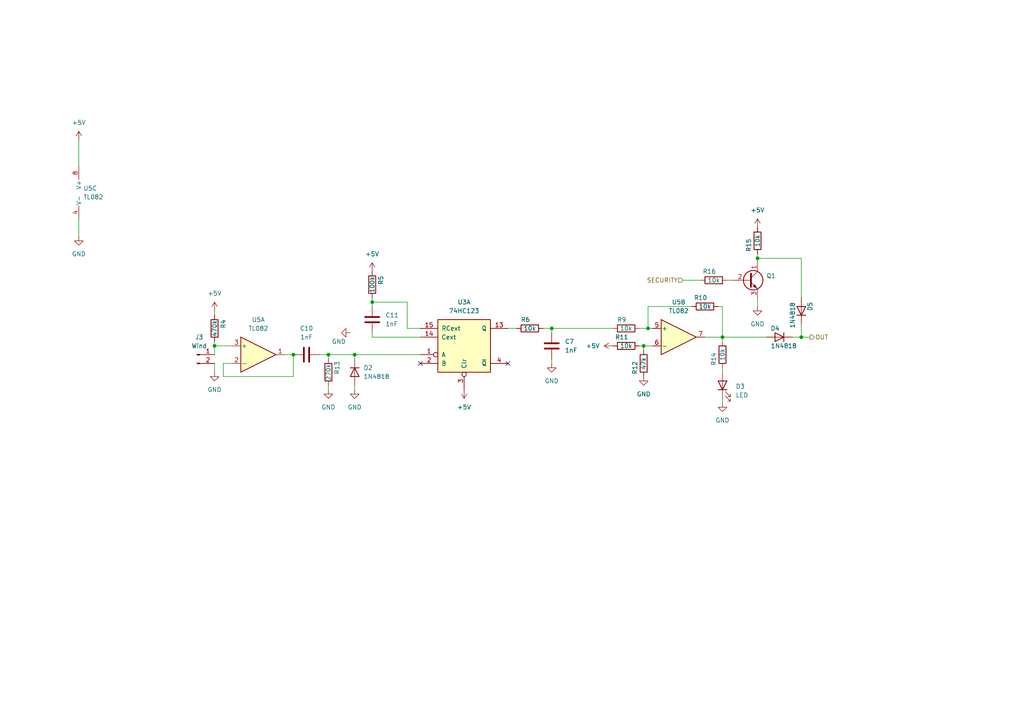
<source format=kicad_sch>
(kicad_sch (version 20230121) (generator eeschema)
  (paper "A4")
  (lib_symbols
    (symbol "74xx:74HC123" (pin_names (offset 1.016))
      (property "Reference" "U" (at -7.62 8.89 0))
      (property "Value" "74HC123" (at -7.62 -8.89 0))
      (symbol "74HC123_1_0"
        (pin input inverted (at -12.7 -2.54 0) (length 5.08) (name "A") (number "1"))
        (pin output line (at 12.7 5.08 180) (length 5.08) (name "Q") (number "13"))
        (pin input line (at -12.7 2.54 0) (length 5.08) (name "Cext") (number "14"))
        (pin input line (at -12.7 5.08 0) (length 5.08) (name "RCext") (number "15"))
        (pin input line (at -12.7 -5.08 0) (length 5.08) (name "B") (number "2"))
        (pin input inverted (at 0 -12.7 90) (length 5.08) (name "Clr") (number "3"))
        (pin output line (at 12.7 -5.08 180) (length 5.08) (name "~{Q}") (number "4"))
      )
      (symbol "74HC123_1_1"
        (rectangle (start -7.62 7.62) (end 7.62 -7.62) (stroke (width 0.254)) (fill (type background)))
      )
      (symbol "74HC123_2_0"
        (pin input line (at -12.7 -5.08 0) (length 5.08) (name "B") (number "10"))
        (pin input inverted (at 0 -12.7 90) (length 5.08) (name "Clr") (number "11"))
        (pin output line (at 12.7 -5.08 180) (length 5.08) (name "~{Q}") (number "12"))
        (pin output line (at 12.7 5.08 180) (length 5.08) (name "Q") (number "5"))
        (pin input line (at -12.7 2.54 0) (length 5.08) (name "Cext") (number "6"))
        (pin input line (at -12.7 5.08 0) (length 5.08) (name "RCext") (number "7"))
        (pin input inverted (at -12.7 -2.54 0) (length 5.08) (name "A") (number "9"))
      )
      (symbol "74HC123_2_1"
        (rectangle (start -7.62 7.62) (end 7.62 -7.62) (stroke (width 0.254)) (fill (type background)))
      )
      (symbol "74HC123_3_0"
        (pin power_in line (at 0 12.7 270) (length 5.08) (name "VCC") (number "16"))
        (pin power_in line (at 0 -12.7 90) (length 5.08) (name "GND") (number "8"))
      )
      (symbol "74HC123_3_1"
        (rectangle (start -5.08 7.62) (end 5.08 -7.62) (stroke (width 0.254)) (fill (type background)))
      )
    )
    (symbol "Amplifier_Operational:TL082" (pin_names (offset 0.127))
      (property "Reference" "U" (at 0 5.08 0))
      (property "Value" "TL082" (at 0 -5.08 0))
      (symbol "TL082_1_1"
        (polyline (pts (xy -5.08 5.08) (xy 5.08 0) (xy -5.08 -5.08) (xy -5.08 5.08)) (stroke (width 0.254)) (fill (type background)))
        (pin output line (at 7.62 0 180) (length 2.54) (name "~") (number "1"))
        (pin input line (at -7.62 -2.54 0) (length 2.54) (name "-") (number "2"))
        (pin input line (at -7.62 2.54 0) (length 2.54) (name "+") (number "3"))
      )
      (symbol "TL082_2_1"
        (polyline (pts (xy -5.08 5.08) (xy 5.08 0) (xy -5.08 -5.08) (xy -5.08 5.08)) (stroke (width 0.254)) (fill (type background)))
        (pin input line (at -7.62 2.54 0) (length 2.54) (name "+") (number "5"))
        (pin input line (at -7.62 -2.54 0) (length 2.54) (name "-") (number "6"))
        (pin output line (at 7.62 0 180) (length 2.54) (name "~") (number "7"))
      )
      (symbol "TL082_3_1"
        (pin power_in line (at -2.54 -7.62 90) (length 3.81) (name "V-") (number "4"))
        (pin power_in line (at -2.54 7.62 270) (length 3.81) (name "V+") (number "8"))
      )
    )
    (symbol "Connector:Conn_01x02_Pin" (pin_names (offset 1.016) hide)
      (property "Reference" "J" (at 0 2.54 0))
      (property "Value" "Conn_01x02_Pin" (at 0 -5.08 0))
      (symbol "Conn_01x02_Pin_1_1"
        (polyline (pts (xy 1.27 -2.54) (xy 0.8636 -2.54)) (stroke (width 0.1524)))
        (polyline (pts (xy 1.27 0) (xy 0.8636 0)) (stroke (width 0.1524)))
        (rectangle (start 0.8636 -2.413) (end 0 -2.667) (stroke (width 0.1524)) (fill (type outline)))
        (rectangle (start 0.8636 0.127) (end 0 -0.127) (stroke (width 0.1524)) (fill (type outline)))
        (pin passive line (at 5.08 0 180) (length 3.81) (name "Pin_1") (number "1"))
        (pin passive line (at 5.08 -2.54 180) (length 3.81) (name "Pin_2") (number "2"))
      )
    )
    (symbol "Device:C" (pin_numbers hide) (pin_names (offset 0.254))
      (property "Reference" "C" (at 0.635 2.54 0))
      (property "Value" "C" (at 0.635 -2.54 0))
      (symbol "C_0_1"
        (polyline (pts (xy -2.032 -0.762) (xy 2.032 -0.762)) (stroke (width 0.508)))
        (polyline (pts (xy -2.032 0.762) (xy 2.032 0.762)) (stroke (width 0.508)))
      )
      (symbol "C_1_1"
        (pin passive line (at 0 3.81 270) (length 2.794) (name "~") (number "1"))
        (pin passive line (at 0 -3.81 90) (length 2.794) (name "~") (number "2"))
      )
    )
    (symbol "Device:D" (pin_numbers hide) (pin_names (offset 1.016) hide)
      (property "Reference" "D" (at 0 2.54 0))
      (property "Value" "D" (at 0 -2.54 0))
      (symbol "D_0_1"
        (polyline (pts (xy -1.27 1.27) (xy -1.27 -1.27)) (stroke (width 0.254)))
        (polyline (pts (xy 1.27 0) (xy -1.27 0)))
        (polyline (pts (xy 1.27 1.27) (xy 1.27 -1.27) (xy -1.27 0) (xy 1.27 1.27)) (stroke (width 0.254)))
      )
      (symbol "D_1_1"
        (pin passive line (at -3.81 0 0) (length 2.54) (name "K") (number "1"))
        (pin passive line (at 3.81 0 180) (length 2.54) (name "A") (number "2"))
      )
    )
    (symbol "Device:LED" (pin_numbers hide) (pin_names (offset 1.016) hide)
      (property "Reference" "D" (at 0 2.54 0))
      (property "Value" "LED" (at 0 -2.54 0))
      (symbol "LED_0_1"
        (polyline (pts (xy -1.27 -1.27) (xy -1.27 1.27)) (stroke (width 0.254)))
        (polyline (pts (xy -1.27 0) (xy 1.27 0)))
        (polyline (pts (xy 1.27 -1.27) (xy 1.27 1.27) (xy -1.27 0) (xy 1.27 -1.27)) (stroke (width 0.254)))
        (polyline (pts (xy -3.048 -0.762) (xy -4.572 -2.286) (xy -3.81 -2.286) (xy -4.572 -2.286) (xy -4.572 -1.524)))
        (polyline (pts (xy -1.778 -0.762) (xy -3.302 -2.286) (xy -2.54 -2.286) (xy -3.302 -2.286) (xy -3.302 -1.524)))
      )
      (symbol "LED_1_1"
        (pin passive line (at -3.81 0 0) (length 2.54) (name "K") (number "1"))
        (pin passive line (at 3.81 0 180) (length 2.54) (name "A") (number "2"))
      )
    )
    (symbol "Device:R" (pin_numbers hide) (pin_names (offset 0))
      (property "Reference" "R" (at 2.032 0 90))
      (property "Value" "R" (at 0 0 90))
      (symbol "R_0_1"
        (rectangle (start -1.016 -2.54) (end 1.016 2.54) (stroke (width 0.254)))
      )
      (symbol "R_1_1"
        (pin passive line (at 0 3.81 270) (length 1.27) (name "~") (number "1"))
        (pin passive line (at 0 -3.81 90) (length 1.27) (name "~") (number "2"))
      )
    )
    (symbol "Transistor_BJT:BC337" (pin_names (offset 0) hide)
      (property "Reference" "Q" (at 5.08 1.905 0))
      (property "Value" "BC337" (at 5.08 0 0))
      (symbol "BC337_0_1"
        (polyline (pts (xy 0 0) (xy 0.635 0)))
        (polyline (pts (xy 0.635 0.635) (xy 2.54 2.54)))
        (polyline (pts (xy 0.635 -0.635) (xy 2.54 -2.54) (xy 2.54 -2.54)))
        (polyline (pts (xy 0.635 1.905) (xy 0.635 -1.905) (xy 0.635 -1.905)) (stroke (width 0.508)))
        (polyline (pts (xy 1.27 -1.778) (xy 1.778 -1.27) (xy 2.286 -2.286) (xy 1.27 -1.778) (xy 1.27 -1.778)) (fill (type outline)))
        (circle (center 1.27 0) (radius 2.8194) (stroke (width 0.254)))
      )
      (symbol "BC337_1_1"
        (pin passive line (at 2.54 5.08 270) (length 2.54) (name "C") (number "1"))
        (pin input line (at -5.08 0 0) (length 5.08) (name "B") (number "2"))
        (pin passive line (at 2.54 -5.08 90) (length 2.54) (name "E") (number "3"))
      )
    )
    (symbol "power:+5V" (power) (pin_names (offset 0))
      (property "Value" "+5V" (at 0 3.556 0))
      (symbol "+5V_0_1"
        (polyline (pts (xy -0.762 1.27) (xy 0 2.54)))
        (polyline (pts (xy 0 0) (xy 0 2.54)))
        (polyline (pts (xy 0 2.54) (xy 0.762 1.27)))
      )
      (symbol "+5V_1_1"
        (pin power_in line (at 0 0 90) (length 0) hide (name "+5V") (number "1"))
      )
    )
    (symbol "power:GND" (power) (pin_names (offset 0))
      (property "Value" "GND" (at 0 -3.81 0))
      (symbol "GND_0_1"
        (polyline (pts (xy 0 0) (xy 0 -1.27) (xy 1.27 -1.27) (xy 0 -2.54) (xy -1.27 -1.27) (xy 0 -1.27)))
      )
      (symbol "GND_1_1"
        (pin power_in line (at 0 0 270) (length 0) hide (name "GND") (number "1"))
      )
    )
  )
  (junction (at 232.41 97.79))
  (junction (at 95.25 102.87))
  (junction (at 107.95 87.63))
  (junction (at 102.87 102.87))
  (junction (at 219.71 74.93))
  (junction (at 62.23 100.33))
  (junction (at 187.96 95.25))
  (junction (at 186.69 100.33))
  (junction (at 85.09 102.87))
  (junction (at 209.55 97.79))
  (junction (at 160.02 95.25))
  (no_connect (at 147.32 105.41))
  (no_connect (at 121.92 105.41))
  (wire (pts (xy 229.87 97.79) (xy 232.41 97.79)))
  (wire (pts (xy 209.55 88.9) (xy 209.55 97.79)))
  (wire (pts (xy 204.47 97.79) (xy 209.55 97.79)))
  (wire (pts (xy 102.87 102.87) (xy 102.87 104.14)))
  (wire (pts (xy 82.55 102.87) (xy 85.09 102.87)))
  (wire (pts (xy 118.11 95.25) (xy 118.11 87.63)))
  (wire (pts (xy 95.25 102.87) (xy 95.25 104.14)))
  (wire (pts (xy 121.92 95.25) (xy 118.11 95.25)))
  (wire (pts (xy 107.95 86.36) (xy 107.95 87.63)))
  (wire (pts (xy 107.95 97.79) (xy 121.92 97.79)))
  (wire (pts (xy 160.02 95.25) (xy 177.8 95.25)))
  (wire (pts (xy 160.02 95.25) (xy 160.02 96.52)))
  (wire (pts (xy 102.87 102.87) (xy 121.92 102.87)))
  (wire (pts (xy 85.09 102.87) (xy 86.36 102.87)))
  (wire (pts (xy 95.25 111.76) (xy 95.25 113.03)))
  (wire (pts (xy 64.77 105.41) (xy 64.77 109.22)))
  (wire (pts (xy 67.31 105.41) (xy 64.77 105.41)))
  (wire (pts (xy 232.41 97.79) (xy 234.95 97.79)))
  (wire (pts (xy 209.55 115.57) (xy 209.55 116.84)))
  (wire (pts (xy 232.41 86.36) (xy 232.41 74.93)))
  (wire (pts (xy 62.23 100.33) (xy 62.23 102.87)))
  (wire (pts (xy 22.86 63.5) (xy 22.86 68.58)))
  (wire (pts (xy 209.55 97.79) (xy 209.55 99.06)))
  (wire (pts (xy 209.55 97.79) (xy 222.25 97.79)))
  (wire (pts (xy 185.42 95.25) (xy 187.96 95.25)))
  (wire (pts (xy 62.23 99.06) (xy 62.23 100.33)))
  (wire (pts (xy 107.95 97.79) (xy 107.95 96.52)))
  (wire (pts (xy 147.32 95.25) (xy 149.86 95.25)))
  (wire (pts (xy 210.82 81.28) (xy 212.09 81.28)))
  (wire (pts (xy 186.69 100.33) (xy 189.23 100.33)))
  (wire (pts (xy 185.42 100.33) (xy 186.69 100.33)))
  (wire (pts (xy 107.95 87.63) (xy 107.95 88.9)))
  (wire (pts (xy 85.09 109.22) (xy 85.09 102.87)))
  (wire (pts (xy 219.71 73.66) (xy 219.71 74.93)))
  (wire (pts (xy 219.71 74.93) (xy 219.71 76.2)))
  (wire (pts (xy 219.71 86.36) (xy 219.71 88.9)))
  (wire (pts (xy 208.28 88.9) (xy 209.55 88.9)))
  (wire (pts (xy 95.25 102.87) (xy 102.87 102.87)))
  (wire (pts (xy 187.96 88.9) (xy 187.96 95.25)))
  (wire (pts (xy 186.69 100.33) (xy 186.69 101.6)))
  (wire (pts (xy 187.96 95.25) (xy 189.23 95.25)))
  (wire (pts (xy 64.77 109.22) (xy 85.09 109.22)))
  (wire (pts (xy 209.55 106.68) (xy 209.55 107.95)))
  (wire (pts (xy 62.23 100.33) (xy 67.31 100.33)))
  (wire (pts (xy 198.12 81.28) (xy 203.2 81.28)))
  (wire (pts (xy 102.87 111.76) (xy 102.87 113.03)))
  (wire (pts (xy 219.71 74.93) (xy 232.41 74.93)))
  (wire (pts (xy 62.23 105.41) (xy 62.23 107.95)))
  (wire (pts (xy 22.86 40.64) (xy 22.86 48.26)))
  (wire (pts (xy 92.71 102.87) (xy 95.25 102.87)))
  (wire (pts (xy 232.41 93.98) (xy 232.41 97.79)))
  (wire (pts (xy 160.02 104.14) (xy 160.02 105.41)))
  (wire (pts (xy 107.95 87.63) (xy 118.11 87.63)))
  (wire (pts (xy 157.48 95.25) (xy 160.02 95.25)))
  (wire (pts (xy 187.96 88.9) (xy 200.66 88.9)))
  (wire (pts (xy 62.23 90.17) (xy 62.23 91.44)))
  (hierarchical_label "OUT" (shape output) (at 234.95 97.79 0))
  (hierarchical_label "SECURITY" (shape input) (at 198.12 81.28 180))
  (symbol (lib_id "power:GND") (at 186.69 109.22 0) (unit 1)
    (property "Reference" "#PWR031" (effects hide))
    (property "Value" "GND" (at 186.69 114.3 0))
    (instances (project "Tracker" (path "" (reference "#PWR031") (unit 1)) (path "" (reference "#PWR032") (unit 1))))
  )
  (symbol (lib_id "power:GND") (at 101.6 96.52 270) (unit 1)
    (property "Reference" "#PWR020" (effects hide))
    (property "Value" "GND" (at 100.33 99.06 90) (effects (justify right)))
    (instances (project "Tracker" (path "" (reference "#PWR020") (unit 1)) (path "" (reference "#PWR022") (unit 1))))
  )
  (symbol (lib_id "Device:R") (at 219.71 69.85 180) (unit 1)
    (property "Reference" "R15" (at 217.17 71.12 90))
    (property "Value" "10k" (at 219.71 69.85 90))
    (property "Footprint" "Resistor_THT:R_Axial_DIN0204_L3.6mm_D1.6mm_P5.08mm_Horizontal" (effects hide))
  )
  (symbol (lib_id "Device:R") (at 181.61 95.25 90) (unit 1)
    (property "Reference" "R9" (at 180.34 92.71 90))
    (property "Value" "10k" (at 181.61 95.25 90))
    (property "Footprint" "Resistor_THT:R_Axial_DIN0204_L3.6mm_D1.6mm_P5.08mm_Horizontal" (effects hide))
    (instances (project "Tracker" (path "" (reference "R9") (unit 1)) (path "" (reference "R10") (unit 1))))
  )
  (symbol (lib_id "Device:C") (at 107.95 92.71 180) (unit 1)
    (property "Reference" "C11" (at 111.76 91.44 0) (effects (justify right)))
    (property "Value" "1nF" (at 111.76 93.98 0) (effects (justify right)))
    (property "Footprint" "Capacitor_THT:C_Rect_L7.0mm_W2.0mm_P5.00mm" (effects hide))
    (instances (project "Tracker" (path "" (reference "C11") (unit 1)) (path "" (reference "C10") (unit 1))))
  )
  (symbol (lib_id "Device:R") (at 204.47 88.9 90) (unit 1)
    (property "Reference" "R10" (at 203.2 86.36 90))
    (property "Value" "10k" (at 204.47 88.9 90))
    (property "Footprint" "Resistor_THT:R_Axial_DIN0204_L3.6mm_D1.6mm_P5.08mm_Horizontal" (effects hide))
    (instances (project "Tracker" (path "" (reference "R10") (unit 1)) (path "" (reference "R13") (unit 1))))
  )
  (symbol (lib_id "power:+5V") (at 219.71 66.04 0) (unit 1)
    (property "Reference" "#PWR038" (effects hide))
    (property "Value" "+5V" (at 219.71 60.96 0))
  )
  (symbol (lib_id "power:GND") (at 160.02 105.41 0) (unit 1)
    (property "Reference" "#PWR022" (effects hide))
    (property "Value" "GND" (at 160.02 110.49 0))
    (instances (project "Tracker" (path "" (reference "#PWR022") (unit 1)) (path "" (reference "#PWR030") (unit 1))))
  )
  (symbol (lib_id "Device:D") (at 232.41 90.17 90) (unit 1)
    (property "Reference" "D5" (at 234.95 88.9 0))
    (property "Value" "1N4818" (at 229.87 91.44 0))
    (property "Footprint" "Diode_THT:D_DO-41_SOD81_P7.62mm_Horizontal" (effects hide))
    (property "Sim.Device" "1N4818" (effects hide))
    (property "Sim.Pins" "1=K 2=A" (effects hide))
    (property "Sim.Enable" "0" (effects hide))
  )
  (symbol (lib_id "Device:R") (at 95.25 107.95 0) (unit 1)
    (property "Reference" "R13" (at 97.79 106.68 90))
    (property "Value" "270k" (at 95.25 107.95 90))
    (property "Footprint" "Resistor_THT:R_Axial_DIN0204_L3.6mm_D1.6mm_P5.08mm_Horizontal" (effects hide))
    (instances (project "Tracker" (path "" (reference "R13") (unit 1)) (path "" (reference "R5") (unit 1))))
  )
  (symbol (lib_id "Amplifier_Operational:TL082") (at 25.4 55.88 0) (unit 3)
    (property "Reference" "U5" (at 24.13 54.61 0) (effects (justify left)))
    (property "Value" "TL082" (at 24.13 57.15 0) (effects (justify left)))
    (property "Footprint" "Package_DIP:DIP-8_W7.62mm" (effects hide))
    (property "Datasheet" "http://www.ti.com/lit/ds/symlink/tl081.pdf" (effects hide))
    (instances (project "Tracker" (path "" (reference "U5") (unit 3)) (path "" (reference "U4") (unit 3))))
  )
  (symbol (lib_id "Device:R") (at 181.61 100.33 90) (unit 1)
    (property "Reference" "R11" (at 180.34 97.79 90))
    (property "Value" "10k" (at 181.61 100.33 90))
    (property "Footprint" "Resistor_THT:R_Axial_DIN0204_L3.6mm_D1.6mm_P5.08mm_Horizontal" (effects hide))
  )
  (symbol (lib_id "Device:R") (at 153.67 95.25 90) (unit 1)
    (property "Reference" "R6" (at 152.4 92.71 90))
    (property "Value" "10k" (at 153.67 95.25 90))
    (property "Footprint" "Resistor_THT:R_Axial_DIN0204_L3.6mm_D1.6mm_P5.08mm_Horizontal" (effects hide))
    (instances (project "Tracker" (path "" (reference "R6") (unit 1)) (path "" (reference "R9") (unit 1))))
  )
  (symbol (lib_id "Amplifier_Operational:TL082") (at 196.85 97.79 0) (unit 2)
    (property "Reference" "U5" (at 196.85 87.63 0))
    (property "Value" "TL082" (at 196.85 90.17 0))
    (property "Footprint" "Package_DIP:DIP-8_W7.62mm" (effects hide))
    (property "Datasheet" "http://www.ti.com/lit/ds/symlink/tl081.pdf" (effects hide))
    (instances (project "Tracker" (path "" (reference "U5") (unit 2)) (path "" (reference "U4") (unit 2))))
  )
  (symbol (lib_id "power:+5V") (at 22.86 40.64 0) (unit 1)
    (property "Reference" "#PWR034" (effects hide))
    (property "Value" "+5V" (at 22.86 35.56 0))
    (instances (project "Tracker" (path "" (reference "#PWR034") (unit 1)) (path "" (reference "#PWR045") (unit 1))))
  )
  (symbol (lib_id "Device:C") (at 88.9 102.87 90) (unit 1)
    (property "Reference" "C10" (at 88.9 95.25 90))
    (property "Value" "1nF" (at 88.9 97.79 90))
    (property "Footprint" "Capacitor_THT:C_Rect_L7.0mm_W2.0mm_P5.00mm" (effects hide))
    (instances (project "Tracker" (path "" (reference "C10") (unit 1)) (path "" (reference "C7") (unit 1))))
  )
  (symbol (lib_id "Amplifier_Operational:TL082") (at 74.93 102.87 0) (unit 1)
    (property "Reference" "U5" (at 74.93 92.71 0))
    (property "Value" "TL082" (at 74.93 95.25 0))
    (property "Footprint" "Package_DIP:DIP-8_W7.62mm" (effects hide))
    (property "Datasheet" "http://www.ti.com/lit/ds/symlink/tl081.pdf" (effects hide))
    (instances (project "Tracker" (path "" (reference "U5") (unit 1)) (path "" (reference "U4") (unit 1))))
  )
  (symbol (lib_id "power:GND") (at 102.87 113.03 0) (unit 1)
    (property "Reference" "#PWR030" (effects hide))
    (property "Value" "GND" (at 102.87 118.11 0))
    (instances (project "Tracker" (path "" (reference "#PWR030") (unit 1)) (path "" (reference "#PWR021") (unit 1))))
  )
  (symbol (lib_id "power:+5V") (at 134.62 113.03 180) (unit 1)
    (property "Reference" "#PWR021" (effects hide))
    (property "Value" "+5V" (at 134.62 118.11 0))
    (instances (project "Tracker" (path "" (reference "#PWR021") (unit 1)) (path "" (reference "#PWR08") (unit 1))))
  )
  (symbol (lib_id "power:+5V") (at 107.95 78.74 0) (unit 1)
    (property "Reference" "#PWR021" (effects hide))
    (property "Value" "+5V" (at 107.95 73.66 0))
    (instances (project "Tracker" (path "" (reference "#PWR021") (unit 1)) (path "" (reference "#PWR029") (unit 1))))
  )
  (symbol (lib_id "power:GND") (at 62.23 107.95 0) (unit 1)
    (property "Reference" "#PWR018" (effects hide))
    (property "Value" "GND" (at 62.23 113.03 0))
  )
  (symbol (lib_id "Device:LED") (at 209.55 111.76 90) (unit 1)
    (property "Reference" "D3" (at 213.36 112.0775 90) (effects (justify right)))
    (property "Value" "LED" (at 213.36 114.6175 90) (effects (justify right)))
    (property "Footprint" "LED_THT:LED_D5.0mm" (effects hide))
  )
  (symbol (lib_id "Device:R") (at 207.01 81.28 90) (unit 1)
    (property "Reference" "R16" (at 205.74 78.74 90))
    (property "Value" "10k" (at 207.01 81.28 90))
    (property "Footprint" "Resistor_THT:R_Axial_DIN0204_L3.6mm_D1.6mm_P5.08mm_Horizontal" (effects hide))
    (instances (project "Tracker" (path "" (reference "R16") (unit 1)) (path "" (reference "R14") (unit 1))))
  )
  (symbol (lib_id "power:+5V") (at 177.8 100.33 90) (unit 1)
    (property "Reference" "#PWR032" (effects hide))
    (property "Value" "+5V" (at 173.99 100.33 90) (effects (justify left)))
    (instances (project "Tracker" (path "" (reference "#PWR032") (unit 1)) (path "" (reference "#PWR031") (unit 1))))
  )
  (symbol (lib_id "Connector:Conn_01x02_Pin") (at 57.15 102.87 0) (unit 1)
    (property "Reference" "J3" (at 57.785 97.79 0))
    (property "Value" "Wind" (at 57.785 100.33 0))
    (property "Footprint" "Connector_Molex:Molex_KK-396_A-41791-0002_1x02_P3.96mm_Vertical" (effects hide))
  )
  (symbol (lib_id "Device:C") (at 160.02 100.33 180) (unit 1)
    (property "Reference" "C7" (at 163.83 99.06 0) (effects (justify right)))
    (property "Value" "1nF" (at 163.83 101.6 0) (effects (justify right)))
    (property "Footprint" "Capacitor_THT:C_Rect_L7.0mm_W2.0mm_P5.00mm" (effects hide))
    (instances (project "Tracker" (path "" (reference "C7") (unit 1)) (path "" (reference "C11") (unit 1))))
  )
  (symbol (lib_id "Device:D") (at 102.87 107.95 270) (unit 1)
    (property "Reference" "D2" (at 105.41 106.68 90) (effects (justify left)))
    (property "Value" "1N4818" (at 105.41 109.22 90) (effects (justify left)))
    (property "Footprint" "Diode_THT:D_DO-41_SOD81_P7.62mm_Horizontal" (effects hide))
    (property "Sim.Device" "1N4818" (effects hide))
    (property "Sim.Pins" "1=K 2=A" (effects hide))
    (property "Sim.Enable" "0" (effects hide))
  )
  (symbol (lib_id "power:+5V") (at 62.23 90.17 0) (unit 1)
    (property "Reference" "#PWR017" (effects hide))
    (property "Value" "+5V" (at 62.23 85.09 0))
  )
  (symbol (lib_id "power:GND") (at 209.55 116.84 0) (unit 1)
    (property "Reference" "#PWR035" (effects hide))
    (property "Value" "GND" (at 209.55 121.92 0))
  )
  (symbol (lib_id "power:GND") (at 22.86 68.58 0) (unit 1)
    (property "Reference" "#PWR033" (effects hide))
    (property "Value" "GND" (at 22.86 73.66 0))
    (instances (project "Tracker" (path "" (reference "#PWR033") (unit 1)) (path "" (reference "#PWR046") (unit 1))))
  )
  (symbol (lib_id "Device:R") (at 62.23 95.25 0) (unit 1)
    (property "Reference" "R4" (at 64.77 93.98 90))
    (property "Value" "470k" (at 62.23 95.25 90))
    (property "Footprint" "Resistor_THT:R_Axial_DIN0204_L3.6mm_D1.6mm_P5.08mm_Horizontal" (effects hide))
  )
  (symbol (lib_id "Transistor_BJT:BC337") (at 217.17 81.28 0) (unit 1)
    (property "Reference" "Q1" (at 222.25 80.01 0) (effects (justify left)))
    (property "Value" "BC337" (effects hide))
    (property "Footprint" "Package_TO_SOT_THT:TO-92_Inline" (effects hide))
    (property "Datasheet" "https://diotec.com/tl_files/diotec/files/pdf/datasheets/bc337.pdf" (effects hide))
  )
  (symbol (lib_id "Device:D") (at 226.06 97.79 180) (unit 1)
    (property "Reference" "D4" (at 224.79 95.25 0))
    (property "Value" "1N4818" (at 227.33 100.33 0))
    (property "Footprint" "Diode_THT:D_DO-41_SOD81_P7.62mm_Horizontal" (effects hide))
    (property "Sim.Device" "1N4818" (effects hide))
    (property "Sim.Pins" "1=K 2=A" (effects hide))
    (property "Sim.Enable" "0" (effects hide))
  )
  (symbol (lib_id "Device:R") (at 209.55 102.87 180) (unit 1)
    (property "Reference" "R14" (at 207.01 104.14 90))
    (property "Value" "10k" (at 209.55 102.87 90))
    (property "Footprint" "Resistor_THT:R_Axial_DIN0204_L3.6mm_D1.6mm_P5.08mm_Horizontal" (effects hide))
    (instances (project "Tracker" (path "" (reference "R14") (unit 1)) (path "" (reference "R16") (unit 1))))
  )
  (symbol (lib_id "74xx:74HC123") (at 134.62 100.33 0) (unit 1)
    (property "Reference" "U3" (at 134.62 87.63 0))
    (property "Value" "74HC123" (at 134.62 90.17 0))
    (property "Footprint" "Package_DIP:DIP-16_W7.62mm" (effects hide))
    (property "Datasheet" "https://assets.nexperia.com/documents/data-sheet/74HC_HCT123.pdf" (effects hide))
  )
  (symbol (lib_id "power:GND") (at 95.25 113.03 0) (unit 1)
    (property "Reference" "#PWR029" (effects hide))
    (property "Value" "GND" (at 95.25 118.11 0))
    (instances (project "Tracker" (path "" (reference "#PWR029") (unit 1)) (path "" (reference "#PWR020") (unit 1))))
  )
  (symbol (lib_id "Device:R") (at 107.95 82.55 0) (unit 1)
    (property "Reference" "R5" (at 110.49 81.28 90))
    (property "Value" "100k" (at 107.95 82.55 90))
    (property "Footprint" "Resistor_THT:R_Axial_DIN0204_L3.6mm_D1.6mm_P5.08mm_Horizontal" (effects hide))
    (instances (project "Tracker" (path "" (reference "R5") (unit 1)) (path "" (reference "R6") (unit 1))))
  )
  (symbol (lib_id "power:GND") (at 219.71 88.9 0) (unit 1)
    (property "Reference" "#PWR037" (effects hide))
    (property "Value" "GND" (at 219.71 93.98 0))
  )
  (symbol (lib_id "Device:R") (at 186.69 105.41 180) (unit 1)
    (property "Reference" "R12" (at 184.15 106.68 90))
    (property "Value" "47k" (at 186.69 105.41 90))
    (property "Footprint" "Resistor_THT:R_Axial_DIN0204_L3.6mm_D1.6mm_P5.08mm_Horizontal" (effects hide))
  )
)
</source>
